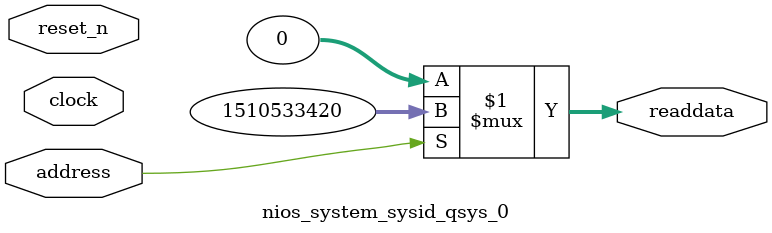
<source format=v>

`timescale 1ns / 1ps
// synthesis translate_on

// turn off superfluous verilog processor warnings 
// altera message_level Level1 
// altera message_off 10034 10035 10036 10037 10230 10240 10030 

module nios_system_sysid_qsys_0 (
               // inputs:
                address,
                clock,
                reset_n,

               // outputs:
                readdata
             )
;

  output  [ 31: 0] readdata;
  input            address;
  input            clock;
  input            reset_n;

  wire    [ 31: 0] readdata;
  //control_slave, which is an e_avalon_slave
  assign readdata = address ? 1510533420 : 0;

endmodule




</source>
